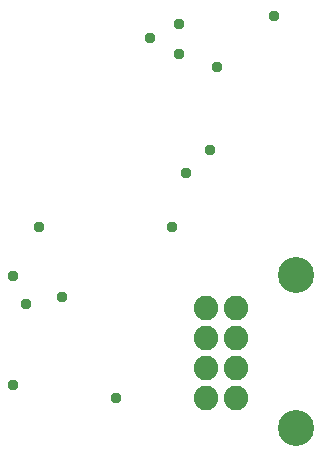
<source format=gbr>
G04 EAGLE Gerber RS-274X export*
G75*
%MOMM*%
%FSLAX34Y34*%
%LPD*%
%INSoldermask Bottom*%
%IPPOS*%
%AMOC8*
5,1,8,0,0,1.08239X$1,22.5*%
G01*
%ADD10C,3.060700*%
%ADD11C,2.082800*%
%ADD12C,0.959600*%


D10*
X304800Y431800D03*
X304800Y561340D03*
D11*
X254000Y457200D03*
X228600Y457200D03*
X254000Y482600D03*
X228600Y482600D03*
X254000Y508000D03*
X228600Y508000D03*
X254000Y533400D03*
X228600Y533400D03*
D12*
X76200Y536448D03*
X65532Y560832D03*
X205740Y774192D03*
X231648Y667512D03*
X211836Y647700D03*
X106680Y542544D03*
X86868Y601980D03*
X181356Y762000D03*
X286512Y780288D03*
X205740Y748284D03*
X65532Y467868D03*
X199644Y601980D03*
X152400Y457200D03*
X237744Y737616D03*
M02*

</source>
